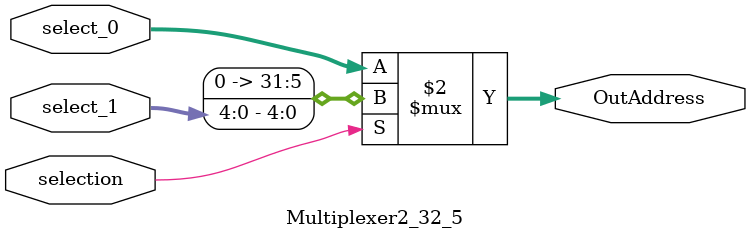
<source format=v>
`timescale 1ns / 1ps

module Multiplexer2_32_5 (
    input [31:0] select_0,
    input [4:0] select_1,
    input selection,
    output [31:0] OutAddress
    );

    assign OutAddress = (selection == 0 ? select_0 : {27'b000000000000000000000000000 , select_1});
    
endmodule
</source>
